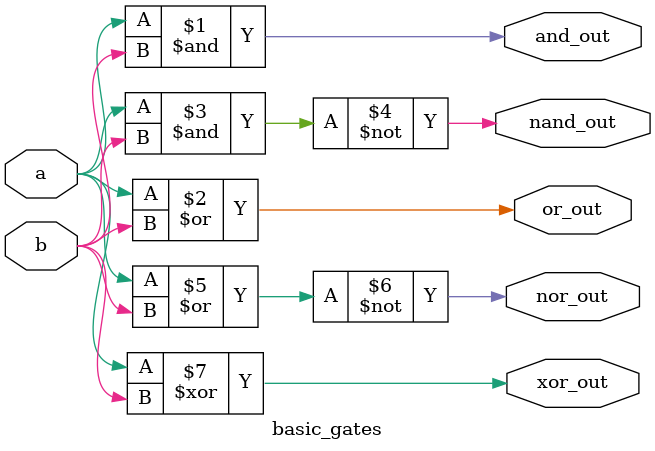
<source format=sv>
module basic_gates(
    input a,
    input b,
    output and_out,
    output or_out,
    output nand_out,
    output nor_out,
    output xor_out
);
    assign and_out = a & b;      // AND
    assign or_out = a | b;       // OR
    assign nand_out = ~(a & b);  // NAND
    assign nor_out = ~(a | b);   // NOR
    assign xor_out = a ^ b;      // XOR
    
endmodule
</source>
